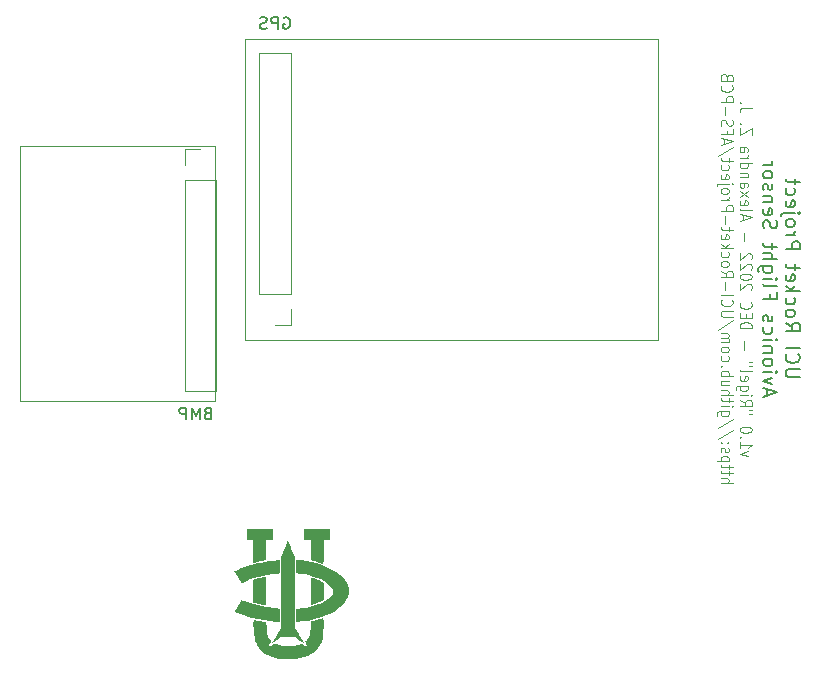
<source format=gbr>
%TF.GenerationSoftware,KiCad,Pcbnew,(6.0.8)*%
%TF.CreationDate,2022-12-09T18:07:48-08:00*%
%TF.ProjectId,ATP_Teensy,4154505f-5465-4656-9e73-792e6b696361,rev?*%
%TF.SameCoordinates,Original*%
%TF.FileFunction,Legend,Bot*%
%TF.FilePolarity,Positive*%
%FSLAX46Y46*%
G04 Gerber Fmt 4.6, Leading zero omitted, Abs format (unit mm)*
G04 Created by KiCad (PCBNEW (6.0.8)) date 2022-12-09 18:07:48*
%MOMM*%
%LPD*%
G01*
G04 APERTURE LIST*
%ADD10C,0.200000*%
%ADD11C,0.125000*%
%ADD12C,0.150000*%
%ADD13C,0.120000*%
G04 APERTURE END LIST*
D10*
X187043142Y-107374285D02*
X186071714Y-107374285D01*
X185957428Y-107317142D01*
X185900285Y-107260000D01*
X185843142Y-107145714D01*
X185843142Y-106917142D01*
X185900285Y-106802857D01*
X185957428Y-106745714D01*
X186071714Y-106688571D01*
X187043142Y-106688571D01*
X185957428Y-105431428D02*
X185900285Y-105488571D01*
X185843142Y-105660000D01*
X185843142Y-105774285D01*
X185900285Y-105945714D01*
X186014571Y-106060000D01*
X186128857Y-106117142D01*
X186357428Y-106174285D01*
X186528857Y-106174285D01*
X186757428Y-106117142D01*
X186871714Y-106060000D01*
X186986000Y-105945714D01*
X187043142Y-105774285D01*
X187043142Y-105660000D01*
X186986000Y-105488571D01*
X186928857Y-105431428D01*
X185843142Y-104917142D02*
X187043142Y-104917142D01*
X185843142Y-102745714D02*
X186414571Y-103145714D01*
X185843142Y-103431428D02*
X187043142Y-103431428D01*
X187043142Y-102974285D01*
X186986000Y-102860000D01*
X186928857Y-102802857D01*
X186814571Y-102745714D01*
X186643142Y-102745714D01*
X186528857Y-102802857D01*
X186471714Y-102860000D01*
X186414571Y-102974285D01*
X186414571Y-103431428D01*
X185843142Y-102060000D02*
X185900285Y-102174285D01*
X185957428Y-102231428D01*
X186071714Y-102288571D01*
X186414571Y-102288571D01*
X186528857Y-102231428D01*
X186586000Y-102174285D01*
X186643142Y-102060000D01*
X186643142Y-101888571D01*
X186586000Y-101774285D01*
X186528857Y-101717142D01*
X186414571Y-101660000D01*
X186071714Y-101660000D01*
X185957428Y-101717142D01*
X185900285Y-101774285D01*
X185843142Y-101888571D01*
X185843142Y-102060000D01*
X185900285Y-100631428D02*
X185843142Y-100745714D01*
X185843142Y-100974285D01*
X185900285Y-101088571D01*
X185957428Y-101145714D01*
X186071714Y-101202857D01*
X186414571Y-101202857D01*
X186528857Y-101145714D01*
X186586000Y-101088571D01*
X186643142Y-100974285D01*
X186643142Y-100745714D01*
X186586000Y-100631428D01*
X185843142Y-100117142D02*
X187043142Y-100117142D01*
X186300285Y-100002857D02*
X185843142Y-99660000D01*
X186643142Y-99660000D02*
X186186000Y-100117142D01*
X185900285Y-98688571D02*
X185843142Y-98802857D01*
X185843142Y-99031428D01*
X185900285Y-99145714D01*
X186014571Y-99202857D01*
X186471714Y-99202857D01*
X186586000Y-99145714D01*
X186643142Y-99031428D01*
X186643142Y-98802857D01*
X186586000Y-98688571D01*
X186471714Y-98631428D01*
X186357428Y-98631428D01*
X186243142Y-99202857D01*
X186643142Y-98288571D02*
X186643142Y-97831428D01*
X187043142Y-98117142D02*
X186014571Y-98117142D01*
X185900285Y-98060000D01*
X185843142Y-97945714D01*
X185843142Y-97831428D01*
X185843142Y-96517142D02*
X187043142Y-96517142D01*
X187043142Y-96060000D01*
X186986000Y-95945714D01*
X186928857Y-95888571D01*
X186814571Y-95831428D01*
X186643142Y-95831428D01*
X186528857Y-95888571D01*
X186471714Y-95945714D01*
X186414571Y-96060000D01*
X186414571Y-96517142D01*
X185843142Y-95317142D02*
X186643142Y-95317142D01*
X186414571Y-95317142D02*
X186528857Y-95260000D01*
X186586000Y-95202857D01*
X186643142Y-95088571D01*
X186643142Y-94974285D01*
X185843142Y-94402857D02*
X185900285Y-94517142D01*
X185957428Y-94574285D01*
X186071714Y-94631428D01*
X186414571Y-94631428D01*
X186528857Y-94574285D01*
X186586000Y-94517142D01*
X186643142Y-94402857D01*
X186643142Y-94231428D01*
X186586000Y-94117142D01*
X186528857Y-94060000D01*
X186414571Y-94002857D01*
X186071714Y-94002857D01*
X185957428Y-94060000D01*
X185900285Y-94117142D01*
X185843142Y-94231428D01*
X185843142Y-94402857D01*
X186643142Y-93488571D02*
X185614571Y-93488571D01*
X185500285Y-93545714D01*
X185443142Y-93660000D01*
X185443142Y-93717142D01*
X187043142Y-93488571D02*
X186986000Y-93545714D01*
X186928857Y-93488571D01*
X186986000Y-93431428D01*
X187043142Y-93488571D01*
X186928857Y-93488571D01*
X185900285Y-92460000D02*
X185843142Y-92574285D01*
X185843142Y-92802857D01*
X185900285Y-92917142D01*
X186014571Y-92974285D01*
X186471714Y-92974285D01*
X186586000Y-92917142D01*
X186643142Y-92802857D01*
X186643142Y-92574285D01*
X186586000Y-92460000D01*
X186471714Y-92402857D01*
X186357428Y-92402857D01*
X186243142Y-92974285D01*
X185900285Y-91374285D02*
X185843142Y-91488571D01*
X185843142Y-91717142D01*
X185900285Y-91831428D01*
X185957428Y-91888571D01*
X186071714Y-91945714D01*
X186414571Y-91945714D01*
X186528857Y-91888571D01*
X186586000Y-91831428D01*
X186643142Y-91717142D01*
X186643142Y-91488571D01*
X186586000Y-91374285D01*
X186643142Y-91031428D02*
X186643142Y-90574285D01*
X187043142Y-90860000D02*
X186014571Y-90860000D01*
X185900285Y-90802857D01*
X185843142Y-90688571D01*
X185843142Y-90574285D01*
X184254000Y-108945714D02*
X184254000Y-108374285D01*
X183911142Y-109060000D02*
X185111142Y-108660000D01*
X183911142Y-108260000D01*
X184711142Y-107974285D02*
X183911142Y-107688571D01*
X184711142Y-107402857D01*
X183911142Y-106945714D02*
X184711142Y-106945714D01*
X185111142Y-106945714D02*
X185054000Y-107002857D01*
X184996857Y-106945714D01*
X185054000Y-106888571D01*
X185111142Y-106945714D01*
X184996857Y-106945714D01*
X183911142Y-106202857D02*
X183968285Y-106317142D01*
X184025428Y-106374285D01*
X184139714Y-106431428D01*
X184482571Y-106431428D01*
X184596857Y-106374285D01*
X184654000Y-106317142D01*
X184711142Y-106202857D01*
X184711142Y-106031428D01*
X184654000Y-105917142D01*
X184596857Y-105860000D01*
X184482571Y-105802857D01*
X184139714Y-105802857D01*
X184025428Y-105860000D01*
X183968285Y-105917142D01*
X183911142Y-106031428D01*
X183911142Y-106202857D01*
X184711142Y-105288571D02*
X183911142Y-105288571D01*
X184596857Y-105288571D02*
X184654000Y-105231428D01*
X184711142Y-105117142D01*
X184711142Y-104945714D01*
X184654000Y-104831428D01*
X184539714Y-104774285D01*
X183911142Y-104774285D01*
X183911142Y-104202857D02*
X184711142Y-104202857D01*
X185111142Y-104202857D02*
X185054000Y-104260000D01*
X184996857Y-104202857D01*
X185054000Y-104145714D01*
X185111142Y-104202857D01*
X184996857Y-104202857D01*
X183968285Y-103117142D02*
X183911142Y-103231428D01*
X183911142Y-103460000D01*
X183968285Y-103574285D01*
X184025428Y-103631428D01*
X184139714Y-103688571D01*
X184482571Y-103688571D01*
X184596857Y-103631428D01*
X184654000Y-103574285D01*
X184711142Y-103460000D01*
X184711142Y-103231428D01*
X184654000Y-103117142D01*
X183968285Y-102660000D02*
X183911142Y-102545714D01*
X183911142Y-102317142D01*
X183968285Y-102202857D01*
X184082571Y-102145714D01*
X184139714Y-102145714D01*
X184254000Y-102202857D01*
X184311142Y-102317142D01*
X184311142Y-102488571D01*
X184368285Y-102602857D01*
X184482571Y-102660000D01*
X184539714Y-102660000D01*
X184654000Y-102602857D01*
X184711142Y-102488571D01*
X184711142Y-102317142D01*
X184654000Y-102202857D01*
X184539714Y-100317142D02*
X184539714Y-100717142D01*
X183911142Y-100717142D02*
X185111142Y-100717142D01*
X185111142Y-100145714D01*
X183911142Y-99517142D02*
X183968285Y-99631428D01*
X184082571Y-99688571D01*
X185111142Y-99688571D01*
X183911142Y-99060000D02*
X184711142Y-99060000D01*
X185111142Y-99060000D02*
X185054000Y-99117142D01*
X184996857Y-99060000D01*
X185054000Y-99002857D01*
X185111142Y-99060000D01*
X184996857Y-99060000D01*
X184711142Y-97974285D02*
X183739714Y-97974285D01*
X183625428Y-98031428D01*
X183568285Y-98088571D01*
X183511142Y-98202857D01*
X183511142Y-98374285D01*
X183568285Y-98488571D01*
X183968285Y-97974285D02*
X183911142Y-98088571D01*
X183911142Y-98317142D01*
X183968285Y-98431428D01*
X184025428Y-98488571D01*
X184139714Y-98545714D01*
X184482571Y-98545714D01*
X184596857Y-98488571D01*
X184654000Y-98431428D01*
X184711142Y-98317142D01*
X184711142Y-98088571D01*
X184654000Y-97974285D01*
X183911142Y-97402857D02*
X185111142Y-97402857D01*
X183911142Y-96888571D02*
X184539714Y-96888571D01*
X184654000Y-96945714D01*
X184711142Y-97060000D01*
X184711142Y-97231428D01*
X184654000Y-97345714D01*
X184596857Y-97402857D01*
X184711142Y-96488571D02*
X184711142Y-96031428D01*
X185111142Y-96317142D02*
X184082571Y-96317142D01*
X183968285Y-96260000D01*
X183911142Y-96145714D01*
X183911142Y-96031428D01*
X183968285Y-94774285D02*
X183911142Y-94602857D01*
X183911142Y-94317142D01*
X183968285Y-94202857D01*
X184025428Y-94145714D01*
X184139714Y-94088571D01*
X184254000Y-94088571D01*
X184368285Y-94145714D01*
X184425428Y-94202857D01*
X184482571Y-94317142D01*
X184539714Y-94545714D01*
X184596857Y-94660000D01*
X184654000Y-94717142D01*
X184768285Y-94774285D01*
X184882571Y-94774285D01*
X184996857Y-94717142D01*
X185054000Y-94660000D01*
X185111142Y-94545714D01*
X185111142Y-94260000D01*
X185054000Y-94088571D01*
X183968285Y-93117142D02*
X183911142Y-93231428D01*
X183911142Y-93460000D01*
X183968285Y-93574285D01*
X184082571Y-93631428D01*
X184539714Y-93631428D01*
X184654000Y-93574285D01*
X184711142Y-93460000D01*
X184711142Y-93231428D01*
X184654000Y-93117142D01*
X184539714Y-93060000D01*
X184425428Y-93060000D01*
X184311142Y-93631428D01*
X184711142Y-92545714D02*
X183911142Y-92545714D01*
X184596857Y-92545714D02*
X184654000Y-92488571D01*
X184711142Y-92374285D01*
X184711142Y-92202857D01*
X184654000Y-92088571D01*
X184539714Y-92031428D01*
X183911142Y-92031428D01*
X183968285Y-91517142D02*
X183911142Y-91402857D01*
X183911142Y-91174285D01*
X183968285Y-91060000D01*
X184082571Y-91002857D01*
X184139714Y-91002857D01*
X184254000Y-91060000D01*
X184311142Y-91174285D01*
X184311142Y-91345714D01*
X184368285Y-91460000D01*
X184482571Y-91517142D01*
X184539714Y-91517142D01*
X184654000Y-91460000D01*
X184711142Y-91345714D01*
X184711142Y-91174285D01*
X184654000Y-91060000D01*
X183911142Y-90317142D02*
X183968285Y-90431428D01*
X184025428Y-90488571D01*
X184139714Y-90545714D01*
X184482571Y-90545714D01*
X184596857Y-90488571D01*
X184654000Y-90431428D01*
X184711142Y-90317142D01*
X184711142Y-90145714D01*
X184654000Y-90031428D01*
X184596857Y-89974285D01*
X184482571Y-89917142D01*
X184139714Y-89917142D01*
X184025428Y-89974285D01*
X183968285Y-90031428D01*
X183911142Y-90145714D01*
X183911142Y-90317142D01*
X183911142Y-89402857D02*
X184711142Y-89402857D01*
X184482571Y-89402857D02*
X184596857Y-89345714D01*
X184654000Y-89288571D01*
X184711142Y-89174285D01*
X184711142Y-89060000D01*
D11*
X182629285Y-114081428D02*
X181962619Y-113867142D01*
X182629285Y-113652857D01*
X181962619Y-112838571D02*
X181962619Y-113352857D01*
X181962619Y-113095714D02*
X182962619Y-113095714D01*
X182819761Y-113181428D01*
X182724523Y-113267142D01*
X182676904Y-113352857D01*
X182057857Y-112452857D02*
X182010238Y-112410000D01*
X181962619Y-112452857D01*
X182010238Y-112495714D01*
X182057857Y-112452857D01*
X181962619Y-112452857D01*
X182962619Y-111852857D02*
X182962619Y-111767142D01*
X182915000Y-111681428D01*
X182867380Y-111638571D01*
X182772142Y-111595714D01*
X182581666Y-111552857D01*
X182343571Y-111552857D01*
X182153095Y-111595714D01*
X182057857Y-111638571D01*
X182010238Y-111681428D01*
X181962619Y-111767142D01*
X181962619Y-111852857D01*
X182010238Y-111938571D01*
X182057857Y-111981428D01*
X182153095Y-112024285D01*
X182343571Y-112067142D01*
X182581666Y-112067142D01*
X182772142Y-112024285D01*
X182867380Y-111981428D01*
X182915000Y-111938571D01*
X182962619Y-111852857D01*
X182962619Y-110524285D02*
X182772142Y-110524285D01*
X182962619Y-110181428D02*
X182772142Y-110181428D01*
X181962619Y-109281428D02*
X182438809Y-109581428D01*
X181962619Y-109795714D02*
X182962619Y-109795714D01*
X182962619Y-109452857D01*
X182915000Y-109367142D01*
X182867380Y-109324285D01*
X182772142Y-109281428D01*
X182629285Y-109281428D01*
X182534047Y-109324285D01*
X182486428Y-109367142D01*
X182438809Y-109452857D01*
X182438809Y-109795714D01*
X181962619Y-108895714D02*
X182629285Y-108895714D01*
X182962619Y-108895714D02*
X182915000Y-108938571D01*
X182867380Y-108895714D01*
X182915000Y-108852857D01*
X182962619Y-108895714D01*
X182867380Y-108895714D01*
X182629285Y-108081428D02*
X181819761Y-108081428D01*
X181724523Y-108124285D01*
X181676904Y-108167142D01*
X181629285Y-108252857D01*
X181629285Y-108381428D01*
X181676904Y-108467142D01*
X182010238Y-108081428D02*
X181962619Y-108167142D01*
X181962619Y-108338571D01*
X182010238Y-108424285D01*
X182057857Y-108467142D01*
X182153095Y-108510000D01*
X182438809Y-108510000D01*
X182534047Y-108467142D01*
X182581666Y-108424285D01*
X182629285Y-108338571D01*
X182629285Y-108167142D01*
X182581666Y-108081428D01*
X182010238Y-107310000D02*
X181962619Y-107395714D01*
X181962619Y-107567142D01*
X182010238Y-107652857D01*
X182105476Y-107695714D01*
X182486428Y-107695714D01*
X182581666Y-107652857D01*
X182629285Y-107567142D01*
X182629285Y-107395714D01*
X182581666Y-107310000D01*
X182486428Y-107267142D01*
X182391190Y-107267142D01*
X182295952Y-107695714D01*
X181962619Y-106752857D02*
X182010238Y-106838571D01*
X182105476Y-106881428D01*
X182962619Y-106881428D01*
X182962619Y-106452857D02*
X182772142Y-106452857D01*
X182962619Y-106110000D02*
X182772142Y-106110000D01*
X182343571Y-105038571D02*
X182343571Y-104352857D01*
X181962619Y-103238571D02*
X182962619Y-103238571D01*
X182962619Y-103024285D01*
X182915000Y-102895714D01*
X182819761Y-102810000D01*
X182724523Y-102767142D01*
X182534047Y-102724285D01*
X182391190Y-102724285D01*
X182200714Y-102767142D01*
X182105476Y-102810000D01*
X182010238Y-102895714D01*
X181962619Y-103024285D01*
X181962619Y-103238571D01*
X182486428Y-102338571D02*
X182486428Y-102038571D01*
X181962619Y-101910000D02*
X181962619Y-102338571D01*
X182962619Y-102338571D01*
X182962619Y-101910000D01*
X182057857Y-101010000D02*
X182010238Y-101052857D01*
X181962619Y-101181428D01*
X181962619Y-101267142D01*
X182010238Y-101395714D01*
X182105476Y-101481428D01*
X182200714Y-101524285D01*
X182391190Y-101567142D01*
X182534047Y-101567142D01*
X182724523Y-101524285D01*
X182819761Y-101481428D01*
X182915000Y-101395714D01*
X182962619Y-101267142D01*
X182962619Y-101181428D01*
X182915000Y-101052857D01*
X182867380Y-101010000D01*
X182867380Y-99981428D02*
X182915000Y-99938571D01*
X182962619Y-99852857D01*
X182962619Y-99638571D01*
X182915000Y-99552857D01*
X182867380Y-99510000D01*
X182772142Y-99467142D01*
X182676904Y-99467142D01*
X182534047Y-99510000D01*
X181962619Y-100024285D01*
X181962619Y-99467142D01*
X182962619Y-98910000D02*
X182962619Y-98824285D01*
X182915000Y-98738571D01*
X182867380Y-98695714D01*
X182772142Y-98652857D01*
X182581666Y-98610000D01*
X182343571Y-98610000D01*
X182153095Y-98652857D01*
X182057857Y-98695714D01*
X182010238Y-98738571D01*
X181962619Y-98824285D01*
X181962619Y-98910000D01*
X182010238Y-98995714D01*
X182057857Y-99038571D01*
X182153095Y-99081428D01*
X182343571Y-99124285D01*
X182581666Y-99124285D01*
X182772142Y-99081428D01*
X182867380Y-99038571D01*
X182915000Y-98995714D01*
X182962619Y-98910000D01*
X182867380Y-98267142D02*
X182915000Y-98224285D01*
X182962619Y-98138571D01*
X182962619Y-97924285D01*
X182915000Y-97838571D01*
X182867380Y-97795714D01*
X182772142Y-97752857D01*
X182676904Y-97752857D01*
X182534047Y-97795714D01*
X181962619Y-98310000D01*
X181962619Y-97752857D01*
X182867380Y-97410000D02*
X182915000Y-97367142D01*
X182962619Y-97281428D01*
X182962619Y-97067142D01*
X182915000Y-96981428D01*
X182867380Y-96938571D01*
X182772142Y-96895714D01*
X182676904Y-96895714D01*
X182534047Y-96938571D01*
X181962619Y-97452857D01*
X181962619Y-96895714D01*
X182343571Y-95824285D02*
X182343571Y-95138571D01*
X182248333Y-94067142D02*
X182248333Y-93638571D01*
X181962619Y-94152857D02*
X182962619Y-93852857D01*
X181962619Y-93552857D01*
X181962619Y-93124285D02*
X182010238Y-93210000D01*
X182105476Y-93252857D01*
X182962619Y-93252857D01*
X182010238Y-92438571D02*
X181962619Y-92524285D01*
X181962619Y-92695714D01*
X182010238Y-92781428D01*
X182105476Y-92824285D01*
X182486428Y-92824285D01*
X182581666Y-92781428D01*
X182629285Y-92695714D01*
X182629285Y-92524285D01*
X182581666Y-92438571D01*
X182486428Y-92395714D01*
X182391190Y-92395714D01*
X182295952Y-92824285D01*
X181962619Y-92095714D02*
X182629285Y-91624285D01*
X182629285Y-92095714D02*
X181962619Y-91624285D01*
X181962619Y-90895714D02*
X182486428Y-90895714D01*
X182581666Y-90938571D01*
X182629285Y-91024285D01*
X182629285Y-91195714D01*
X182581666Y-91281428D01*
X182010238Y-90895714D02*
X181962619Y-90981428D01*
X181962619Y-91195714D01*
X182010238Y-91281428D01*
X182105476Y-91324285D01*
X182200714Y-91324285D01*
X182295952Y-91281428D01*
X182343571Y-91195714D01*
X182343571Y-90981428D01*
X182391190Y-90895714D01*
X182629285Y-90467142D02*
X181962619Y-90467142D01*
X182534047Y-90467142D02*
X182581666Y-90424285D01*
X182629285Y-90338571D01*
X182629285Y-90210000D01*
X182581666Y-90124285D01*
X182486428Y-90081428D01*
X181962619Y-90081428D01*
X181962619Y-89267142D02*
X182962619Y-89267142D01*
X182010238Y-89267142D02*
X181962619Y-89352857D01*
X181962619Y-89524285D01*
X182010238Y-89610000D01*
X182057857Y-89652857D01*
X182153095Y-89695714D01*
X182438809Y-89695714D01*
X182534047Y-89652857D01*
X182581666Y-89610000D01*
X182629285Y-89524285D01*
X182629285Y-89352857D01*
X182581666Y-89267142D01*
X181962619Y-88838571D02*
X182629285Y-88838571D01*
X182438809Y-88838571D02*
X182534047Y-88795714D01*
X182581666Y-88752857D01*
X182629285Y-88667142D01*
X182629285Y-88581428D01*
X181962619Y-87895714D02*
X182486428Y-87895714D01*
X182581666Y-87938571D01*
X182629285Y-88024285D01*
X182629285Y-88195714D01*
X182581666Y-88281428D01*
X182010238Y-87895714D02*
X181962619Y-87981428D01*
X181962619Y-88195714D01*
X182010238Y-88281428D01*
X182105476Y-88324285D01*
X182200714Y-88324285D01*
X182295952Y-88281428D01*
X182343571Y-88195714D01*
X182343571Y-87981428D01*
X182391190Y-87895714D01*
X182962619Y-86867142D02*
X182962619Y-86267142D01*
X181962619Y-86867142D01*
X181962619Y-86267142D01*
X182057857Y-85924285D02*
X182010238Y-85881428D01*
X181962619Y-85924285D01*
X182010238Y-85967142D01*
X182057857Y-85924285D01*
X181962619Y-85924285D01*
X182962619Y-84552857D02*
X182248333Y-84552857D01*
X182105476Y-84595714D01*
X182010238Y-84681428D01*
X181962619Y-84810000D01*
X181962619Y-84895714D01*
X182057857Y-84124285D02*
X182010238Y-84081428D01*
X181962619Y-84124285D01*
X182010238Y-84167142D01*
X182057857Y-84124285D01*
X181962619Y-84124285D01*
X180352619Y-116331428D02*
X181352619Y-116331428D01*
X180352619Y-115945714D02*
X180876428Y-115945714D01*
X180971666Y-115988571D01*
X181019285Y-116074285D01*
X181019285Y-116202857D01*
X180971666Y-116288571D01*
X180924047Y-116331428D01*
X181019285Y-115645714D02*
X181019285Y-115302857D01*
X181352619Y-115517142D02*
X180495476Y-115517142D01*
X180400238Y-115474285D01*
X180352619Y-115388571D01*
X180352619Y-115302857D01*
X181019285Y-115131428D02*
X181019285Y-114788571D01*
X181352619Y-115002857D02*
X180495476Y-115002857D01*
X180400238Y-114960000D01*
X180352619Y-114874285D01*
X180352619Y-114788571D01*
X181019285Y-114488571D02*
X180019285Y-114488571D01*
X180971666Y-114488571D02*
X181019285Y-114402857D01*
X181019285Y-114231428D01*
X180971666Y-114145714D01*
X180924047Y-114102857D01*
X180828809Y-114060000D01*
X180543095Y-114060000D01*
X180447857Y-114102857D01*
X180400238Y-114145714D01*
X180352619Y-114231428D01*
X180352619Y-114402857D01*
X180400238Y-114488571D01*
X180400238Y-113717142D02*
X180352619Y-113631428D01*
X180352619Y-113460000D01*
X180400238Y-113374285D01*
X180495476Y-113331428D01*
X180543095Y-113331428D01*
X180638333Y-113374285D01*
X180685952Y-113460000D01*
X180685952Y-113588571D01*
X180733571Y-113674285D01*
X180828809Y-113717142D01*
X180876428Y-113717142D01*
X180971666Y-113674285D01*
X181019285Y-113588571D01*
X181019285Y-113460000D01*
X180971666Y-113374285D01*
X180447857Y-112945714D02*
X180400238Y-112902857D01*
X180352619Y-112945714D01*
X180400238Y-112988571D01*
X180447857Y-112945714D01*
X180352619Y-112945714D01*
X180971666Y-112945714D02*
X180924047Y-112902857D01*
X180876428Y-112945714D01*
X180924047Y-112988571D01*
X180971666Y-112945714D01*
X180876428Y-112945714D01*
X181400238Y-111874285D02*
X180114523Y-112645714D01*
X181400238Y-110931428D02*
X180114523Y-111702857D01*
X181019285Y-110245714D02*
X180209761Y-110245714D01*
X180114523Y-110288571D01*
X180066904Y-110331428D01*
X180019285Y-110417142D01*
X180019285Y-110545714D01*
X180066904Y-110631428D01*
X180400238Y-110245714D02*
X180352619Y-110331428D01*
X180352619Y-110502857D01*
X180400238Y-110588571D01*
X180447857Y-110631428D01*
X180543095Y-110674285D01*
X180828809Y-110674285D01*
X180924047Y-110631428D01*
X180971666Y-110588571D01*
X181019285Y-110502857D01*
X181019285Y-110331428D01*
X180971666Y-110245714D01*
X180352619Y-109817142D02*
X181019285Y-109817142D01*
X181352619Y-109817142D02*
X181305000Y-109860000D01*
X181257380Y-109817142D01*
X181305000Y-109774285D01*
X181352619Y-109817142D01*
X181257380Y-109817142D01*
X181019285Y-109517142D02*
X181019285Y-109174285D01*
X181352619Y-109388571D02*
X180495476Y-109388571D01*
X180400238Y-109345714D01*
X180352619Y-109260000D01*
X180352619Y-109174285D01*
X180352619Y-108874285D02*
X181352619Y-108874285D01*
X180352619Y-108488571D02*
X180876428Y-108488571D01*
X180971666Y-108531428D01*
X181019285Y-108617142D01*
X181019285Y-108745714D01*
X180971666Y-108831428D01*
X180924047Y-108874285D01*
X181019285Y-107674285D02*
X180352619Y-107674285D01*
X181019285Y-108060000D02*
X180495476Y-108060000D01*
X180400238Y-108017142D01*
X180352619Y-107931428D01*
X180352619Y-107802857D01*
X180400238Y-107717142D01*
X180447857Y-107674285D01*
X180352619Y-107245714D02*
X181352619Y-107245714D01*
X180971666Y-107245714D02*
X181019285Y-107160000D01*
X181019285Y-106988571D01*
X180971666Y-106902857D01*
X180924047Y-106860000D01*
X180828809Y-106817142D01*
X180543095Y-106817142D01*
X180447857Y-106860000D01*
X180400238Y-106902857D01*
X180352619Y-106988571D01*
X180352619Y-107160000D01*
X180400238Y-107245714D01*
X180447857Y-106431428D02*
X180400238Y-106388571D01*
X180352619Y-106431428D01*
X180400238Y-106474285D01*
X180447857Y-106431428D01*
X180352619Y-106431428D01*
X180400238Y-105617142D02*
X180352619Y-105702857D01*
X180352619Y-105874285D01*
X180400238Y-105960000D01*
X180447857Y-106002857D01*
X180543095Y-106045714D01*
X180828809Y-106045714D01*
X180924047Y-106002857D01*
X180971666Y-105960000D01*
X181019285Y-105874285D01*
X181019285Y-105702857D01*
X180971666Y-105617142D01*
X180352619Y-105102857D02*
X180400238Y-105188571D01*
X180447857Y-105231428D01*
X180543095Y-105274285D01*
X180828809Y-105274285D01*
X180924047Y-105231428D01*
X180971666Y-105188571D01*
X181019285Y-105102857D01*
X181019285Y-104974285D01*
X180971666Y-104888571D01*
X180924047Y-104845714D01*
X180828809Y-104802857D01*
X180543095Y-104802857D01*
X180447857Y-104845714D01*
X180400238Y-104888571D01*
X180352619Y-104974285D01*
X180352619Y-105102857D01*
X180352619Y-104417142D02*
X181019285Y-104417142D01*
X180924047Y-104417142D02*
X180971666Y-104374285D01*
X181019285Y-104288571D01*
X181019285Y-104160000D01*
X180971666Y-104074285D01*
X180876428Y-104031428D01*
X180352619Y-104031428D01*
X180876428Y-104031428D02*
X180971666Y-103988571D01*
X181019285Y-103902857D01*
X181019285Y-103774285D01*
X180971666Y-103688571D01*
X180876428Y-103645714D01*
X180352619Y-103645714D01*
X181400238Y-102574285D02*
X180114523Y-103345714D01*
X181352619Y-102274285D02*
X180543095Y-102274285D01*
X180447857Y-102231428D01*
X180400238Y-102188571D01*
X180352619Y-102102857D01*
X180352619Y-101931428D01*
X180400238Y-101845714D01*
X180447857Y-101802857D01*
X180543095Y-101760000D01*
X181352619Y-101760000D01*
X180447857Y-100817142D02*
X180400238Y-100860000D01*
X180352619Y-100988571D01*
X180352619Y-101074285D01*
X180400238Y-101202857D01*
X180495476Y-101288571D01*
X180590714Y-101331428D01*
X180781190Y-101374285D01*
X180924047Y-101374285D01*
X181114523Y-101331428D01*
X181209761Y-101288571D01*
X181305000Y-101202857D01*
X181352619Y-101074285D01*
X181352619Y-100988571D01*
X181305000Y-100860000D01*
X181257380Y-100817142D01*
X180352619Y-100431428D02*
X181352619Y-100431428D01*
X180733571Y-100002857D02*
X180733571Y-99317142D01*
X180352619Y-98374285D02*
X180828809Y-98674285D01*
X180352619Y-98888571D02*
X181352619Y-98888571D01*
X181352619Y-98545714D01*
X181305000Y-98460000D01*
X181257380Y-98417142D01*
X181162142Y-98374285D01*
X181019285Y-98374285D01*
X180924047Y-98417142D01*
X180876428Y-98460000D01*
X180828809Y-98545714D01*
X180828809Y-98888571D01*
X180352619Y-97860000D02*
X180400238Y-97945714D01*
X180447857Y-97988571D01*
X180543095Y-98031428D01*
X180828809Y-98031428D01*
X180924047Y-97988571D01*
X180971666Y-97945714D01*
X181019285Y-97860000D01*
X181019285Y-97731428D01*
X180971666Y-97645714D01*
X180924047Y-97602857D01*
X180828809Y-97560000D01*
X180543095Y-97560000D01*
X180447857Y-97602857D01*
X180400238Y-97645714D01*
X180352619Y-97731428D01*
X180352619Y-97860000D01*
X180400238Y-96788571D02*
X180352619Y-96874285D01*
X180352619Y-97045714D01*
X180400238Y-97131428D01*
X180447857Y-97174285D01*
X180543095Y-97217142D01*
X180828809Y-97217142D01*
X180924047Y-97174285D01*
X180971666Y-97131428D01*
X181019285Y-97045714D01*
X181019285Y-96874285D01*
X180971666Y-96788571D01*
X180352619Y-96402857D02*
X181352619Y-96402857D01*
X180733571Y-96317142D02*
X180352619Y-96060000D01*
X181019285Y-96060000D02*
X180638333Y-96402857D01*
X180400238Y-95331428D02*
X180352619Y-95417142D01*
X180352619Y-95588571D01*
X180400238Y-95674285D01*
X180495476Y-95717142D01*
X180876428Y-95717142D01*
X180971666Y-95674285D01*
X181019285Y-95588571D01*
X181019285Y-95417142D01*
X180971666Y-95331428D01*
X180876428Y-95288571D01*
X180781190Y-95288571D01*
X180685952Y-95717142D01*
X181019285Y-95031428D02*
X181019285Y-94688571D01*
X181352619Y-94902857D02*
X180495476Y-94902857D01*
X180400238Y-94860000D01*
X180352619Y-94774285D01*
X180352619Y-94688571D01*
X180733571Y-94388571D02*
X180733571Y-93702857D01*
X180352619Y-93274285D02*
X181352619Y-93274285D01*
X181352619Y-92931428D01*
X181305000Y-92845714D01*
X181257380Y-92802857D01*
X181162142Y-92760000D01*
X181019285Y-92760000D01*
X180924047Y-92802857D01*
X180876428Y-92845714D01*
X180828809Y-92931428D01*
X180828809Y-93274285D01*
X180352619Y-92374285D02*
X181019285Y-92374285D01*
X180828809Y-92374285D02*
X180924047Y-92331428D01*
X180971666Y-92288571D01*
X181019285Y-92202857D01*
X181019285Y-92117142D01*
X180352619Y-91688571D02*
X180400238Y-91774285D01*
X180447857Y-91817142D01*
X180543095Y-91860000D01*
X180828809Y-91860000D01*
X180924047Y-91817142D01*
X180971666Y-91774285D01*
X181019285Y-91688571D01*
X181019285Y-91560000D01*
X180971666Y-91474285D01*
X180924047Y-91431428D01*
X180828809Y-91388571D01*
X180543095Y-91388571D01*
X180447857Y-91431428D01*
X180400238Y-91474285D01*
X180352619Y-91560000D01*
X180352619Y-91688571D01*
X181019285Y-91002857D02*
X180162142Y-91002857D01*
X180066904Y-91045714D01*
X180019285Y-91131428D01*
X180019285Y-91174285D01*
X181352619Y-91002857D02*
X181305000Y-91045714D01*
X181257380Y-91002857D01*
X181305000Y-90960000D01*
X181352619Y-91002857D01*
X181257380Y-91002857D01*
X180400238Y-90231428D02*
X180352619Y-90317142D01*
X180352619Y-90488571D01*
X180400238Y-90574285D01*
X180495476Y-90617142D01*
X180876428Y-90617142D01*
X180971666Y-90574285D01*
X181019285Y-90488571D01*
X181019285Y-90317142D01*
X180971666Y-90231428D01*
X180876428Y-90188571D01*
X180781190Y-90188571D01*
X180685952Y-90617142D01*
X180400238Y-89417142D02*
X180352619Y-89502857D01*
X180352619Y-89674285D01*
X180400238Y-89760000D01*
X180447857Y-89802857D01*
X180543095Y-89845714D01*
X180828809Y-89845714D01*
X180924047Y-89802857D01*
X180971666Y-89760000D01*
X181019285Y-89674285D01*
X181019285Y-89502857D01*
X180971666Y-89417142D01*
X181019285Y-89160000D02*
X181019285Y-88817142D01*
X181352619Y-89031428D02*
X180495476Y-89031428D01*
X180400238Y-88988571D01*
X180352619Y-88902857D01*
X180352619Y-88817142D01*
X181400238Y-87874285D02*
X180114523Y-88645714D01*
X180638333Y-87617142D02*
X180638333Y-87188571D01*
X180352619Y-87702857D02*
X181352619Y-87402857D01*
X180352619Y-87102857D01*
X180876428Y-86502857D02*
X180876428Y-86802857D01*
X180352619Y-86802857D02*
X181352619Y-86802857D01*
X181352619Y-86374285D01*
X180400238Y-86074285D02*
X180352619Y-85945714D01*
X180352619Y-85731428D01*
X180400238Y-85645714D01*
X180447857Y-85602857D01*
X180543095Y-85560000D01*
X180638333Y-85560000D01*
X180733571Y-85602857D01*
X180781190Y-85645714D01*
X180828809Y-85731428D01*
X180876428Y-85902857D01*
X180924047Y-85988571D01*
X180971666Y-86031428D01*
X181066904Y-86074285D01*
X181162142Y-86074285D01*
X181257380Y-86031428D01*
X181305000Y-85988571D01*
X181352619Y-85902857D01*
X181352619Y-85688571D01*
X181305000Y-85560000D01*
X180733571Y-85174285D02*
X180733571Y-84488571D01*
X180352619Y-84060000D02*
X181352619Y-84060000D01*
X181352619Y-83717142D01*
X181305000Y-83631428D01*
X181257380Y-83588571D01*
X181162142Y-83545714D01*
X181019285Y-83545714D01*
X180924047Y-83588571D01*
X180876428Y-83631428D01*
X180828809Y-83717142D01*
X180828809Y-84060000D01*
X180447857Y-82645714D02*
X180400238Y-82688571D01*
X180352619Y-82817142D01*
X180352619Y-82902857D01*
X180400238Y-83031428D01*
X180495476Y-83117142D01*
X180590714Y-83160000D01*
X180781190Y-83202857D01*
X180924047Y-83202857D01*
X181114523Y-83160000D01*
X181209761Y-83117142D01*
X181305000Y-83031428D01*
X181352619Y-82902857D01*
X181352619Y-82817142D01*
X181305000Y-82688571D01*
X181257380Y-82645714D01*
X180876428Y-81960000D02*
X180828809Y-81831428D01*
X180781190Y-81788571D01*
X180685952Y-81745714D01*
X180543095Y-81745714D01*
X180447857Y-81788571D01*
X180400238Y-81831428D01*
X180352619Y-81917142D01*
X180352619Y-82260000D01*
X181352619Y-82260000D01*
X181352619Y-81960000D01*
X181305000Y-81874285D01*
X181257380Y-81831428D01*
X181162142Y-81788571D01*
X181066904Y-81788571D01*
X180971666Y-81831428D01*
X180924047Y-81874285D01*
X180876428Y-81960000D01*
X180876428Y-82260000D01*
D12*
%TO.C,GPS*%
X143329285Y-76925000D02*
X143424523Y-76877380D01*
X143567380Y-76877380D01*
X143710238Y-76925000D01*
X143805476Y-77020238D01*
X143853095Y-77115476D01*
X143900714Y-77305952D01*
X143900714Y-77448809D01*
X143853095Y-77639285D01*
X143805476Y-77734523D01*
X143710238Y-77829761D01*
X143567380Y-77877380D01*
X143472142Y-77877380D01*
X143329285Y-77829761D01*
X143281666Y-77782142D01*
X143281666Y-77448809D01*
X143472142Y-77448809D01*
X142853095Y-77877380D02*
X142853095Y-76877380D01*
X142472142Y-76877380D01*
X142376904Y-76925000D01*
X142329285Y-76972619D01*
X142281666Y-77067857D01*
X142281666Y-77210714D01*
X142329285Y-77305952D01*
X142376904Y-77353571D01*
X142472142Y-77401190D01*
X142853095Y-77401190D01*
X141900714Y-77829761D02*
X141757857Y-77877380D01*
X141519761Y-77877380D01*
X141424523Y-77829761D01*
X141376904Y-77782142D01*
X141329285Y-77686904D01*
X141329285Y-77591666D01*
X141376904Y-77496428D01*
X141424523Y-77448809D01*
X141519761Y-77401190D01*
X141710238Y-77353571D01*
X141805476Y-77305952D01*
X141853095Y-77258333D01*
X141900714Y-77163095D01*
X141900714Y-77067857D01*
X141853095Y-76972619D01*
X141805476Y-76925000D01*
X141710238Y-76877380D01*
X141472142Y-76877380D01*
X141329285Y-76925000D01*
%TO.C,BMP*%
X136890000Y-110418571D02*
X136747142Y-110466190D01*
X136699523Y-110513809D01*
X136651904Y-110609047D01*
X136651904Y-110751904D01*
X136699523Y-110847142D01*
X136747142Y-110894761D01*
X136842380Y-110942380D01*
X137223333Y-110942380D01*
X137223333Y-109942380D01*
X136890000Y-109942380D01*
X136794761Y-109990000D01*
X136747142Y-110037619D01*
X136699523Y-110132857D01*
X136699523Y-110228095D01*
X136747142Y-110323333D01*
X136794761Y-110370952D01*
X136890000Y-110418571D01*
X137223333Y-110418571D01*
X136223333Y-110942380D02*
X136223333Y-109942380D01*
X135890000Y-110656666D01*
X135556666Y-109942380D01*
X135556666Y-110942380D01*
X135080476Y-110942380D02*
X135080476Y-109942380D01*
X134699523Y-109942380D01*
X134604285Y-109990000D01*
X134556666Y-110037619D01*
X134509047Y-110132857D01*
X134509047Y-110275714D01*
X134556666Y-110370952D01*
X134604285Y-110418571D01*
X134699523Y-110466190D01*
X135080476Y-110466190D01*
%TO.C,Ge*%
G36*
X147292593Y-121154580D02*
G01*
X146715320Y-121154580D01*
X146715320Y-122172439D01*
X146715316Y-122238570D01*
X146715197Y-122462910D01*
X146714813Y-122648916D01*
X146714033Y-122800091D01*
X146712728Y-122919936D01*
X146710767Y-123011954D01*
X146708019Y-123079647D01*
X146704353Y-123126517D01*
X146699640Y-123156065D01*
X146693747Y-123171793D01*
X146686546Y-123177204D01*
X146677904Y-123175800D01*
X146618206Y-123153829D01*
X146495655Y-123112638D01*
X146351213Y-123067497D01*
X146197046Y-123022056D01*
X146045322Y-122979965D01*
X145908207Y-122944875D01*
X145624916Y-122876452D01*
X145624916Y-121155786D01*
X145330935Y-121149838D01*
X145036953Y-121143889D01*
X145031183Y-120689554D01*
X145025412Y-120235219D01*
X147292593Y-120235219D01*
X147292593Y-121154580D01*
G37*
G36*
X146706480Y-127770473D02*
G01*
X146709951Y-127816248D01*
X146712522Y-127894928D01*
X146714233Y-128000621D01*
X146715127Y-128127436D01*
X146715245Y-128269480D01*
X146714627Y-128420862D01*
X146713315Y-128575690D01*
X146711352Y-128728072D01*
X146708777Y-128872117D01*
X146705632Y-129001933D01*
X146701960Y-129111628D01*
X146697800Y-129195310D01*
X146693195Y-129247088D01*
X146634182Y-129545914D01*
X146544883Y-129816728D01*
X146423249Y-130062508D01*
X146267141Y-130286876D01*
X146074418Y-130493452D01*
X145842942Y-130685856D01*
X145669739Y-130802898D01*
X145382702Y-130955275D01*
X145068114Y-131076629D01*
X144727771Y-131166307D01*
X144363468Y-131223657D01*
X144323738Y-131227247D01*
X144207439Y-131233206D01*
X144061344Y-131236358D01*
X143894357Y-131236885D01*
X143715383Y-131234965D01*
X143533327Y-131230781D01*
X143357091Y-131224513D01*
X143195581Y-131216342D01*
X143057702Y-131206449D01*
X142952357Y-131195014D01*
X142712118Y-131155261D01*
X142442772Y-131092111D01*
X142202248Y-131011057D01*
X141983750Y-130908818D01*
X141780485Y-130782116D01*
X141585656Y-130627671D01*
X141392471Y-130442204D01*
X141366501Y-130415133D01*
X141281442Y-130323575D01*
X141217528Y-130247420D01*
X141166754Y-130175626D01*
X141121113Y-130097148D01*
X141072601Y-130000943D01*
X141042045Y-129935230D01*
X140952949Y-129705321D01*
X140880418Y-129450053D01*
X140822106Y-129161566D01*
X140813464Y-129097123D01*
X140804430Y-128996852D01*
X140796769Y-128876494D01*
X140790571Y-128742328D01*
X140785927Y-128600631D01*
X140782926Y-128457683D01*
X140781657Y-128319763D01*
X140782211Y-128193150D01*
X140784677Y-128084122D01*
X140789144Y-127998957D01*
X140795703Y-127943936D01*
X140804444Y-127925337D01*
X140826102Y-127929504D01*
X140884044Y-127940939D01*
X140970463Y-127958118D01*
X141078172Y-127979610D01*
X141199983Y-128003986D01*
X141290664Y-128021990D01*
X141424445Y-128048000D01*
X141548656Y-128071547D01*
X141652522Y-128090599D01*
X141725269Y-128103121D01*
X141877222Y-128127446D01*
X141889464Y-128548294D01*
X141889784Y-128559059D01*
X141900532Y-128782443D01*
X141919247Y-128970231D01*
X141947824Y-129128880D01*
X141988161Y-129264851D01*
X142042154Y-129384601D01*
X142111700Y-129494590D01*
X142198695Y-129601276D01*
X142241641Y-129651061D01*
X142276278Y-129695670D01*
X142289562Y-129719174D01*
X142282678Y-129736144D01*
X142257475Y-129783607D01*
X142218112Y-129852623D01*
X142169174Y-129934969D01*
X142133556Y-129994619D01*
X142093111Y-130067061D01*
X142071844Y-130115171D01*
X142066940Y-130145908D01*
X142075580Y-130166234D01*
X142093780Y-130183700D01*
X142125520Y-130198519D01*
X142150289Y-130187629D01*
X142202728Y-130156897D01*
X142274794Y-130111116D01*
X142358686Y-130055085D01*
X142433463Y-130004312D01*
X142500252Y-129961036D01*
X142546168Y-129936176D01*
X142579102Y-129926456D01*
X142606947Y-129928600D01*
X142637595Y-129939335D01*
X142642922Y-129941473D01*
X142786297Y-129996431D01*
X142914955Y-130039046D01*
X143038471Y-130071065D01*
X143166416Y-130094235D01*
X143308364Y-130110300D01*
X143473886Y-130121008D01*
X143672556Y-130128103D01*
X143780448Y-130130525D01*
X143971562Y-130131339D01*
X144132539Y-130125933D01*
X144271647Y-130113421D01*
X144397150Y-130092917D01*
X144517316Y-130063536D01*
X144640411Y-130024392D01*
X144677086Y-130011644D01*
X144759004Y-129983315D01*
X144823566Y-129961187D01*
X144859264Y-129949211D01*
X144869001Y-129948713D01*
X144915719Y-129965248D01*
X144988897Y-130005852D01*
X145083918Y-130068082D01*
X145145713Y-130109953D01*
X145216881Y-130155744D01*
X145269891Y-130186972D01*
X145296405Y-130198519D01*
X145313791Y-130193255D01*
X145347366Y-130165971D01*
X145352718Y-130158027D01*
X145356489Y-130133885D01*
X145344977Y-130096729D01*
X145315271Y-130039102D01*
X145264462Y-129953550D01*
X145234402Y-129903796D01*
X145193270Y-129833527D01*
X145165035Y-129782395D01*
X145154546Y-129758983D01*
X145156645Y-129754061D01*
X145179825Y-129723137D01*
X145223192Y-129672506D01*
X145279941Y-129610240D01*
X145313528Y-129573782D01*
X145397177Y-129475291D01*
X145463719Y-129380527D01*
X145515215Y-129282861D01*
X145553725Y-129175665D01*
X145581309Y-129052308D01*
X145600028Y-128906163D01*
X145611942Y-128730599D01*
X145619112Y-128518987D01*
X145630266Y-128047452D01*
X145889502Y-127987487D01*
X145987341Y-127963769D01*
X146134780Y-127925428D01*
X146286045Y-127883746D01*
X146420334Y-127844333D01*
X146443154Y-127837356D01*
X146541773Y-127807510D01*
X146623349Y-127783305D01*
X146679945Y-127767074D01*
X146703625Y-127761145D01*
X146706480Y-127770473D01*
G37*
G36*
X141856047Y-124267917D02*
G01*
X141862449Y-124276958D01*
X141867767Y-124296454D01*
X141872100Y-124329635D01*
X141875550Y-124379733D01*
X141878215Y-124449977D01*
X141880195Y-124543599D01*
X141881592Y-124663828D01*
X141882504Y-124813896D01*
X141883031Y-124997033D01*
X141883275Y-125216470D01*
X141883334Y-125475436D01*
X141883321Y-125631095D01*
X141883194Y-125866415D01*
X141882844Y-126064142D01*
X141882163Y-126227541D01*
X141881044Y-126359876D01*
X141879381Y-126464413D01*
X141877066Y-126544418D01*
X141873993Y-126603155D01*
X141870055Y-126643891D01*
X141865144Y-126669890D01*
X141859155Y-126684418D01*
X141851980Y-126690740D01*
X141843513Y-126692122D01*
X141796637Y-126687447D01*
X141713479Y-126673508D01*
X141601945Y-126651744D01*
X141468695Y-126623604D01*
X141320389Y-126590538D01*
X141163686Y-126553994D01*
X141005245Y-126515423D01*
X140851726Y-126476273D01*
X140771549Y-126455288D01*
X140771549Y-124536859D01*
X140915867Y-124493291D01*
X141004588Y-124467106D01*
X141183643Y-124417895D01*
X141377405Y-124369553D01*
X141595091Y-124319833D01*
X141845918Y-124266486D01*
X141848460Y-124266100D01*
X141856047Y-124267917D01*
G37*
G36*
X144657450Y-122874377D02*
G01*
X144906202Y-122894639D01*
X145319220Y-122950020D01*
X145734485Y-123031232D01*
X146145797Y-123136240D01*
X146546952Y-123263009D01*
X146931751Y-123409505D01*
X147293993Y-123573691D01*
X147627475Y-123753533D01*
X147925998Y-123946997D01*
X148122541Y-124097425D01*
X148352879Y-124307036D01*
X148541070Y-124522858D01*
X148687233Y-124745082D01*
X148791487Y-124973896D01*
X148853952Y-125209491D01*
X148874748Y-125452054D01*
X148873229Y-125517284D01*
X148841117Y-125757706D01*
X148768478Y-125992271D01*
X148656882Y-126219966D01*
X148507897Y-126439780D01*
X148323093Y-126650701D01*
X148104038Y-126851715D01*
X147852302Y-127041812D01*
X147569453Y-127219979D01*
X147257061Y-127385204D01*
X146916694Y-127536475D01*
X146549921Y-127672780D01*
X146158312Y-127793107D01*
X145743436Y-127896443D01*
X145306861Y-127981778D01*
X144850157Y-128048097D01*
X144770975Y-128057199D01*
X144663975Y-128068095D01*
X144571620Y-128075973D01*
X144507786Y-128079559D01*
X144406229Y-128081852D01*
X144406229Y-126976379D01*
X144610794Y-126962000D01*
X144697221Y-126954779D01*
X144941369Y-126924715D01*
X145206428Y-126880318D01*
X145479666Y-126824338D01*
X145748348Y-126759524D01*
X145999740Y-126688623D01*
X146221109Y-126614386D01*
X146295542Y-126586154D01*
X146604574Y-126453501D01*
X146873741Y-126310486D01*
X147104578Y-126156219D01*
X147298623Y-125989811D01*
X147419349Y-125855212D01*
X147503762Y-125719861D01*
X147546093Y-125587348D01*
X147546334Y-125455637D01*
X147504474Y-125322694D01*
X147420505Y-125186485D01*
X147294418Y-125044977D01*
X147196463Y-124955429D01*
X146984949Y-124795158D01*
X146737951Y-124643488D01*
X146459934Y-124502233D01*
X146155365Y-124373209D01*
X145828710Y-124258230D01*
X145484437Y-124159110D01*
X145127010Y-124077664D01*
X144760897Y-124015706D01*
X144406332Y-123966112D01*
X144406280Y-123412658D01*
X144406229Y-122859205D01*
X144657450Y-122874377D01*
G37*
G36*
X145633779Y-124318962D02*
G01*
X145659662Y-124326805D01*
X145717163Y-124345736D01*
X145798312Y-124373096D01*
X145895140Y-124406228D01*
X145924148Y-124416335D01*
X146111482Y-124486552D01*
X146300162Y-124564900D01*
X146475911Y-124645210D01*
X146624453Y-124721315D01*
X146715320Y-124771535D01*
X146715320Y-126263792D01*
X146609688Y-126317320D01*
X146550682Y-126346148D01*
X146365628Y-126426615D01*
X146150304Y-126508060D01*
X145913552Y-126587055D01*
X145903930Y-126590068D01*
X145806245Y-126620380D01*
X145724289Y-126645331D01*
X145666409Y-126662408D01*
X145640951Y-126669100D01*
X145639080Y-126661275D01*
X145636190Y-126616343D01*
X145633515Y-126534885D01*
X145631107Y-126420752D01*
X145629018Y-126277798D01*
X145627302Y-126109875D01*
X145626012Y-125920835D01*
X145625199Y-125714531D01*
X145624916Y-125494815D01*
X145624972Y-125357877D01*
X145625292Y-125145885D01*
X145625870Y-124949636D01*
X145626678Y-124772990D01*
X145627690Y-124619806D01*
X145628879Y-124493945D01*
X145630217Y-124399265D01*
X145631676Y-124339627D01*
X145633230Y-124318889D01*
X145633779Y-124318962D01*
G37*
G36*
X143011512Y-123424891D02*
G01*
X143017215Y-123974074D01*
X142925990Y-123986094D01*
X142902884Y-123989107D01*
X142831685Y-123998272D01*
X142733040Y-124010882D01*
X142616765Y-124025684D01*
X142492677Y-124041423D01*
X142343799Y-124061348D01*
X141946467Y-124125011D01*
X141558927Y-124202056D01*
X141186635Y-124290988D01*
X140835049Y-124390311D01*
X140509625Y-124498529D01*
X140215820Y-124614149D01*
X139959091Y-124735673D01*
X139951350Y-124739717D01*
X139881638Y-124774621D01*
X139827018Y-124799421D01*
X139798738Y-124808976D01*
X139798422Y-124808937D01*
X139781065Y-124789823D01*
X139744890Y-124739014D01*
X139692979Y-124661213D01*
X139628418Y-124561126D01*
X139554288Y-124443459D01*
X139473673Y-124312917D01*
X139169988Y-123816448D01*
X139291447Y-123754855D01*
X139298401Y-123751342D01*
X139489200Y-123663164D01*
X139715486Y-123571851D01*
X139970573Y-123479359D01*
X140247774Y-123387641D01*
X140540402Y-123298651D01*
X140841772Y-123214344D01*
X141145195Y-123136673D01*
X141443987Y-123067593D01*
X141731459Y-123009058D01*
X142000926Y-122963022D01*
X142007132Y-122962084D01*
X142295595Y-122923403D01*
X142568480Y-122896307D01*
X142813384Y-122882032D01*
X143005808Y-122875708D01*
X143011512Y-123424891D01*
G37*
G36*
X139798081Y-126248030D02*
G01*
X139845615Y-126264732D01*
X139910541Y-126291992D01*
X140065179Y-126355994D01*
X140299698Y-126439685D01*
X140565145Y-126522177D01*
X140854838Y-126601938D01*
X141162092Y-126677437D01*
X141480224Y-126747142D01*
X141802550Y-126809524D01*
X142122388Y-126863050D01*
X142433053Y-126906189D01*
X142727862Y-126937411D01*
X142807867Y-126944949D01*
X142889470Y-126953760D01*
X142947012Y-126961215D01*
X143016499Y-126972005D01*
X143016499Y-128108741D01*
X142797349Y-128094004D01*
X142750841Y-128090785D01*
X142201181Y-128038933D01*
X141659096Y-127962758D01*
X141130851Y-127863577D01*
X140622715Y-127742708D01*
X140140954Y-127601469D01*
X139691835Y-127441175D01*
X139644531Y-127422295D01*
X139535338Y-127376840D01*
X139429919Y-127330685D01*
X139335445Y-127287186D01*
X139259086Y-127249696D01*
X139208012Y-127221569D01*
X139189394Y-127206159D01*
X139190320Y-127203839D01*
X139206856Y-127174396D01*
X139241330Y-127116208D01*
X139290135Y-127035149D01*
X139349665Y-126937091D01*
X139416315Y-126827906D01*
X139486478Y-126713467D01*
X139556550Y-126599646D01*
X139622925Y-126492317D01*
X139681996Y-126397350D01*
X139730158Y-126320620D01*
X139763805Y-126267998D01*
X139779332Y-126245358D01*
X139798081Y-126248030D01*
G37*
G36*
X142460606Y-121154580D02*
G01*
X141883334Y-121154580D01*
X141883334Y-122857573D01*
X141674874Y-122894088D01*
X141647958Y-122898973D01*
X141539828Y-122920555D01*
X141408874Y-122948838D01*
X141269227Y-122980709D01*
X141135017Y-123013054D01*
X141063413Y-123030830D01*
X140958138Y-123056814D01*
X140872140Y-123077850D01*
X140812821Y-123092132D01*
X140787584Y-123097854D01*
X140784821Y-123083707D01*
X140781719Y-123030992D01*
X140778903Y-122943290D01*
X140776442Y-122824831D01*
X140774406Y-122679846D01*
X140772866Y-122512566D01*
X140771890Y-122327223D01*
X140771549Y-122128049D01*
X140771549Y-121155896D01*
X140509638Y-121149893D01*
X140247727Y-121143889D01*
X140236187Y-120235219D01*
X142460606Y-120235219D01*
X142460606Y-121154580D01*
G37*
G36*
X143714537Y-121118736D02*
G01*
X143725020Y-121144319D01*
X143748365Y-121205078D01*
X143782911Y-121296574D01*
X143826996Y-121414367D01*
X143878957Y-121554017D01*
X143937132Y-121711086D01*
X143999859Y-121881133D01*
X144277946Y-122636475D01*
X144277946Y-128599915D01*
X144613210Y-129147997D01*
X144635090Y-129183746D01*
X144721856Y-129325131D01*
X144803447Y-129457512D01*
X144876451Y-129575386D01*
X144937450Y-129673252D01*
X144983030Y-129745605D01*
X145009776Y-129786945D01*
X145032123Y-129821710D01*
X145054109Y-129862083D01*
X145056609Y-129877812D01*
X145056569Y-129877812D01*
X145032724Y-129866463D01*
X144984379Y-129836910D01*
X144921954Y-129795521D01*
X144912992Y-129789385D01*
X144844540Y-129742537D01*
X144753509Y-129680255D01*
X144650704Y-129609931D01*
X144546929Y-129538955D01*
X144292091Y-129364681D01*
X143130319Y-129364681D01*
X142843569Y-129560744D01*
X142790351Y-129597174D01*
X142685739Y-129669017D01*
X142590040Y-129735023D01*
X142512059Y-129789110D01*
X142460606Y-129825197D01*
X142420397Y-129852703D01*
X142376760Y-129879321D01*
X142356717Y-129886931D01*
X142356117Y-129885783D01*
X142365085Y-129862007D01*
X142391332Y-129820247D01*
X142397558Y-129811040D01*
X142427344Y-129764875D01*
X142475151Y-129689339D01*
X142537843Y-129589440D01*
X142612282Y-129470186D01*
X142695332Y-129336582D01*
X142783858Y-129193637D01*
X143134091Y-128627054D01*
X143145124Y-125612408D01*
X143156158Y-122597761D01*
X143431416Y-121854227D01*
X143436531Y-121840416D01*
X143498655Y-121673443D01*
X143556084Y-121520479D01*
X143607144Y-121385880D01*
X143650162Y-121274002D01*
X143683463Y-121189199D01*
X143705375Y-121135827D01*
X143714224Y-121118242D01*
X143714537Y-121118736D01*
G37*
D13*
%TO.C,GPS*%
X140075000Y-104240000D02*
X175075000Y-104240000D01*
X175075000Y-104240000D02*
X175075000Y-78740000D01*
X175075000Y-78740000D02*
X140075000Y-78740000D01*
X140075000Y-78740000D02*
X140075000Y-104240000D01*
X143945000Y-102930000D02*
X143945000Y-101600000D01*
X143945000Y-100330000D02*
X143945000Y-79950000D01*
X142615000Y-102930000D02*
X143945000Y-102930000D01*
X141285000Y-100330000D02*
X143945000Y-100330000D01*
X141285000Y-100330000D02*
X141285000Y-79950000D01*
X141285000Y-79950000D02*
X143945000Y-79950000D01*
%TO.C,BMP*%
X134947500Y-90676250D02*
X134947500Y-108516250D01*
X134947500Y-88076250D02*
X134947500Y-89406250D01*
X136277500Y-88076250D02*
X134947500Y-88076250D01*
X137607500Y-90676250D02*
X137607500Y-108516250D01*
X137607500Y-108516250D02*
X134947500Y-108516250D01*
X137607500Y-90676250D02*
X134947500Y-90676250D01*
X137547500Y-109408750D02*
X121037500Y-109408750D01*
X121037500Y-109408750D02*
X121037500Y-87818750D01*
X121037500Y-87818750D02*
X137547500Y-87818750D01*
X137547500Y-87818750D02*
X137547500Y-109408750D01*
%TD*%
M02*

</source>
